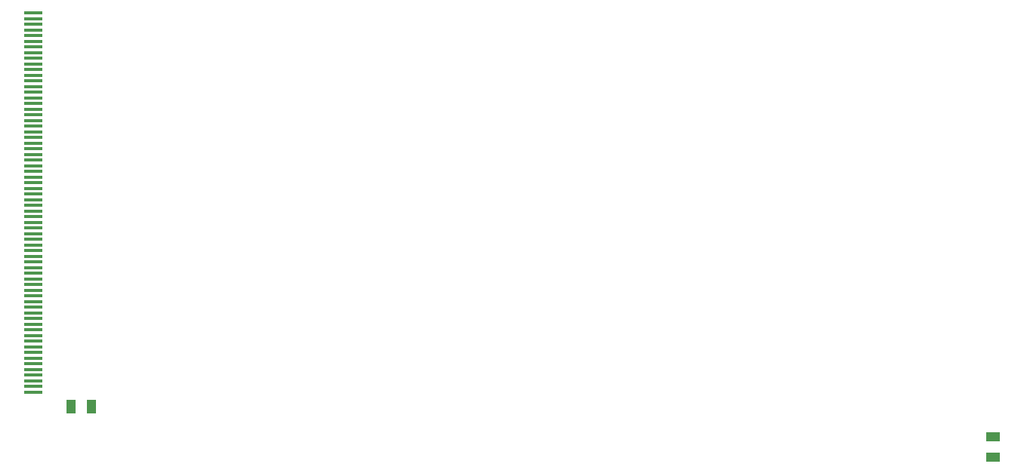
<source format=gtp>
G04*
G04 #@! TF.GenerationSoftware,Altium Limited,Altium Designer,24.4.1 (13)*
G04*
G04 Layer_Color=8421504*
%FSLAX44Y44*%
%MOMM*%
G71*
G04*
G04 #@! TF.SameCoordinates,5C46C37F-926F-48B5-82F6-D16DC70D24A0*
G04*
G04*
G04 #@! TF.FilePolarity,Positive*
G04*
G01*
G75*
%ADD14R,1.0000X1.5000*%
%ADD15R,1.5000X1.0000*%
%ADD16R,2.0000X0.3800*%
D14*
X255300Y241000D02*
D03*
X278000D02*
D03*
D15*
X1288000Y184000D02*
D03*
Y206700D02*
D03*
D16*
X213000Y644625D02*
D03*
Y638275D02*
D03*
Y631925D02*
D03*
Y625575D02*
D03*
Y682725D02*
D03*
Y670025D02*
D03*
Y657325D02*
D03*
Y619225D02*
D03*
Y606525D02*
D03*
Y593825D02*
D03*
Y581125D02*
D03*
Y568425D02*
D03*
Y555725D02*
D03*
Y543025D02*
D03*
Y530325D02*
D03*
Y517625D02*
D03*
Y504925D02*
D03*
Y492225D02*
D03*
Y479525D02*
D03*
Y466825D02*
D03*
Y454125D02*
D03*
Y441425D02*
D03*
Y428725D02*
D03*
Y416025D02*
D03*
Y403325D02*
D03*
Y390625D02*
D03*
Y377925D02*
D03*
Y365225D02*
D03*
Y352525D02*
D03*
Y339825D02*
D03*
Y327125D02*
D03*
Y314425D02*
D03*
Y301725D02*
D03*
Y289025D02*
D03*
Y276325D02*
D03*
Y263625D02*
D03*
Y676375D02*
D03*
Y663675D02*
D03*
Y650975D02*
D03*
Y612875D02*
D03*
Y600175D02*
D03*
Y587475D02*
D03*
Y574775D02*
D03*
Y562075D02*
D03*
Y549375D02*
D03*
Y536675D02*
D03*
Y523975D02*
D03*
Y511275D02*
D03*
Y498575D02*
D03*
Y485875D02*
D03*
Y473175D02*
D03*
Y460475D02*
D03*
Y447775D02*
D03*
Y435075D02*
D03*
Y422375D02*
D03*
Y409675D02*
D03*
Y396975D02*
D03*
Y384275D02*
D03*
Y371575D02*
D03*
Y358875D02*
D03*
Y346175D02*
D03*
Y333475D02*
D03*
Y320775D02*
D03*
Y308075D02*
D03*
Y295375D02*
D03*
Y282675D02*
D03*
Y269975D02*
D03*
Y257275D02*
D03*
M02*

</source>
